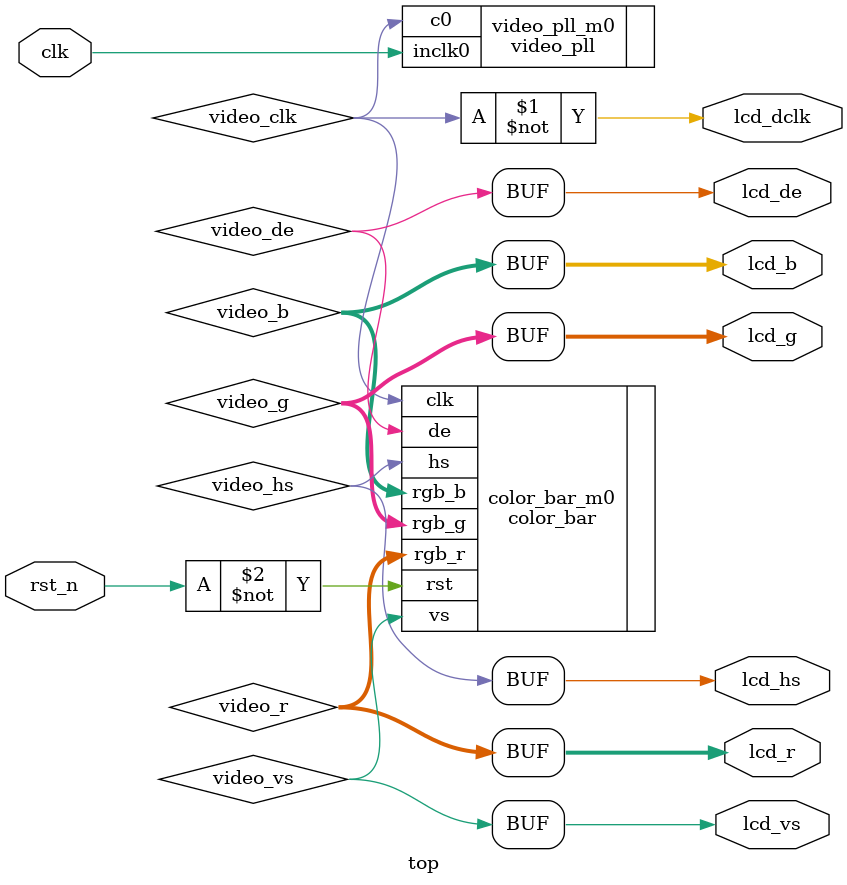
<source format=v>

module top(
	input                       clk,
	input                       rst_n,
	output                      lcd_dclk,   
	output                      lcd_hs,      //lcd horizontal synchronization
	output                      lcd_vs,      //lcd vertical synchronization  
	output                      lcd_de,      //lcd data valid
	output[7:0]                 lcd_r,       //lcd red
	output[7:0]                 lcd_g,       //lcd green
	output[7:0]                 lcd_b        //lcd blue
);

wire                            video_clk;
wire                            video_hs;
wire                            video_vs;
wire                            video_de;
wire[7:0]                       video_r;
wire[7:0]                       video_g;
wire[7:0]                       video_b;

assign lcd_hs = video_hs;
assign lcd_vs = video_vs;
assign lcd_de = video_de;
assign lcd_r  = video_r[7:0];
assign lcd_g  = video_g[7:0];
assign lcd_b  = video_b[7:0];
assign lcd_dclk = ~video_clk;              //to meet the timing requirements, the clock is inverting

//generate video pixel clock
video_pll video_pll_m0(
	.inclk0(clk),
	.c0(video_clk));

color_bar color_bar_m0(
	.clk(video_clk),
	.rst(~rst_n),
	.hs(video_hs),
	.vs(video_vs),
	.de(video_de),
	.rgb_r(video_r),
	.rgb_g(video_g),
	.rgb_b(video_b)
);
endmodule
</source>
